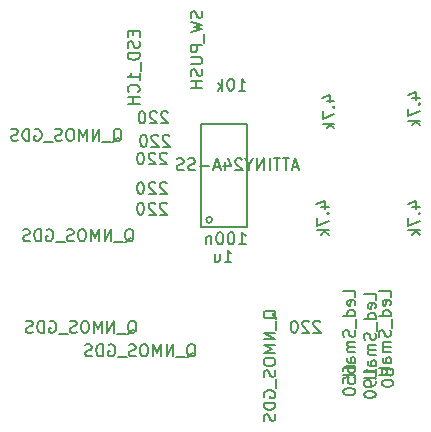
<source format=gbr>
G04 #@! TF.FileFunction,Other,Fab,Bot*
%FSLAX46Y46*%
G04 Gerber Fmt 4.6, Leading zero omitted, Abs format (unit mm)*
G04 Created by KiCad (PCBNEW 4.0.4+dfsg1-stable) date Sun Feb  5 16:49:06 2017*
%MOMM*%
%LPD*%
G01*
G04 APERTURE LIST*
%ADD10C,0.100000*%
%ADD11C,0.150000*%
G04 APERTURE END LIST*
D10*
D11*
X18100000Y22350000D02*
G75*
G03X18100000Y22350000I-250000J0D01*
G01*
X17150000Y21750000D02*
X17150000Y30450000D01*
X21050000Y21750000D02*
X17150000Y21750000D01*
X21050000Y30450000D02*
X21050000Y21750000D01*
X17150000Y30450000D02*
X21050000Y30450000D01*
X19166666Y18797619D02*
X19738095Y18797619D01*
X19452381Y18797619D02*
X19452381Y19797619D01*
X19547619Y19654762D01*
X19642857Y19559524D01*
X19738095Y19511905D01*
X18309523Y19464286D02*
X18309523Y18797619D01*
X18738095Y19464286D02*
X18738095Y18940476D01*
X18690476Y18845238D01*
X18595238Y18797619D01*
X18452380Y18797619D01*
X18357142Y18845238D01*
X18309523Y18892857D01*
X20369047Y20297619D02*
X20940476Y20297619D01*
X20654762Y20297619D02*
X20654762Y21297619D01*
X20750000Y21154762D01*
X20845238Y21059524D01*
X20940476Y21011905D01*
X19750000Y21297619D02*
X19654761Y21297619D01*
X19559523Y21250000D01*
X19511904Y21202381D01*
X19464285Y21107143D01*
X19416666Y20916667D01*
X19416666Y20678571D01*
X19464285Y20488095D01*
X19511904Y20392857D01*
X19559523Y20345238D01*
X19654761Y20297619D01*
X19750000Y20297619D01*
X19845238Y20345238D01*
X19892857Y20392857D01*
X19940476Y20488095D01*
X19988095Y20678571D01*
X19988095Y20916667D01*
X19940476Y21107143D01*
X19892857Y21202381D01*
X19845238Y21250000D01*
X19750000Y21297619D01*
X18797619Y21297619D02*
X18702380Y21297619D01*
X18607142Y21250000D01*
X18559523Y21202381D01*
X18511904Y21107143D01*
X18464285Y20916667D01*
X18464285Y20678571D01*
X18511904Y20488095D01*
X18559523Y20392857D01*
X18607142Y20345238D01*
X18702380Y20297619D01*
X18797619Y20297619D01*
X18892857Y20345238D01*
X18940476Y20392857D01*
X18988095Y20488095D01*
X19035714Y20678571D01*
X19035714Y20916667D01*
X18988095Y21107143D01*
X18940476Y21202381D01*
X18892857Y21250000D01*
X18797619Y21297619D01*
X18035714Y20964286D02*
X18035714Y20297619D01*
X18035714Y20869048D02*
X17988095Y20916667D01*
X17892857Y20964286D01*
X17749999Y20964286D01*
X17654761Y20916667D01*
X17607142Y20821429D01*
X17607142Y20297619D01*
X11428571Y38321429D02*
X11428571Y37988095D01*
X11952381Y37845238D02*
X11952381Y38321429D01*
X10952381Y38321429D01*
X10952381Y37845238D01*
X11904762Y37464286D02*
X11952381Y37321429D01*
X11952381Y37083333D01*
X11904762Y36988095D01*
X11857143Y36940476D01*
X11761905Y36892857D01*
X11666667Y36892857D01*
X11571429Y36940476D01*
X11523810Y36988095D01*
X11476190Y37083333D01*
X11428571Y37273810D01*
X11380952Y37369048D01*
X11333333Y37416667D01*
X11238095Y37464286D01*
X11142857Y37464286D01*
X11047619Y37416667D01*
X11000000Y37369048D01*
X10952381Y37273810D01*
X10952381Y37035714D01*
X11000000Y36892857D01*
X11952381Y36464286D02*
X10952381Y36464286D01*
X10952381Y36226191D01*
X11000000Y36083333D01*
X11095238Y35988095D01*
X11190476Y35940476D01*
X11380952Y35892857D01*
X11523810Y35892857D01*
X11714286Y35940476D01*
X11809524Y35988095D01*
X11904762Y36083333D01*
X11952381Y36226191D01*
X11952381Y36464286D01*
X12047619Y35702381D02*
X12047619Y34940476D01*
X11952381Y34178571D02*
X11952381Y34750000D01*
X11952381Y34464286D02*
X10952381Y34464286D01*
X11095238Y34559524D01*
X11190476Y34654762D01*
X11238095Y34750000D01*
X11857143Y33178571D02*
X11904762Y33226190D01*
X11952381Y33369047D01*
X11952381Y33464285D01*
X11904762Y33607143D01*
X11809524Y33702381D01*
X11714286Y33750000D01*
X11523810Y33797619D01*
X11380952Y33797619D01*
X11190476Y33750000D01*
X11095238Y33702381D01*
X11000000Y33607143D01*
X10952381Y33464285D01*
X10952381Y33369047D01*
X11000000Y33226190D01*
X11047619Y33178571D01*
X11952381Y32750000D02*
X10952381Y32750000D01*
X11428571Y32750000D02*
X11428571Y32178571D01*
X11952381Y32178571D02*
X10952381Y32178571D01*
X33202381Y15821429D02*
X33202381Y16297620D01*
X32202381Y16297620D01*
X33154762Y15107143D02*
X33202381Y15202381D01*
X33202381Y15392858D01*
X33154762Y15488096D01*
X33059524Y15535715D01*
X32678571Y15535715D01*
X32583333Y15488096D01*
X32535714Y15392858D01*
X32535714Y15202381D01*
X32583333Y15107143D01*
X32678571Y15059524D01*
X32773810Y15059524D01*
X32869048Y15535715D01*
X33202381Y14202381D02*
X32202381Y14202381D01*
X33154762Y14202381D02*
X33202381Y14297619D01*
X33202381Y14488096D01*
X33154762Y14583334D01*
X33107143Y14630953D01*
X33011905Y14678572D01*
X32726190Y14678572D01*
X32630952Y14630953D01*
X32583333Y14583334D01*
X32535714Y14488096D01*
X32535714Y14297619D01*
X32583333Y14202381D01*
X33297619Y13964286D02*
X33297619Y13202381D01*
X33154762Y13011905D02*
X33202381Y12869048D01*
X33202381Y12630952D01*
X33154762Y12535714D01*
X33107143Y12488095D01*
X33011905Y12440476D01*
X32916667Y12440476D01*
X32821429Y12488095D01*
X32773810Y12535714D01*
X32726190Y12630952D01*
X32678571Y12821429D01*
X32630952Y12916667D01*
X32583333Y12964286D01*
X32488095Y13011905D01*
X32392857Y13011905D01*
X32297619Y12964286D01*
X32250000Y12916667D01*
X32202381Y12821429D01*
X32202381Y12583333D01*
X32250000Y12440476D01*
X33202381Y12011905D02*
X32535714Y12011905D01*
X32630952Y12011905D02*
X32583333Y11964286D01*
X32535714Y11869048D01*
X32535714Y11726190D01*
X32583333Y11630952D01*
X32678571Y11583333D01*
X33202381Y11583333D01*
X32678571Y11583333D02*
X32583333Y11535714D01*
X32535714Y11440476D01*
X32535714Y11297619D01*
X32583333Y11202381D01*
X32678571Y11154762D01*
X33202381Y11154762D01*
X33202381Y10250000D02*
X32678571Y10250000D01*
X32583333Y10297619D01*
X32535714Y10392857D01*
X32535714Y10583334D01*
X32583333Y10678572D01*
X33154762Y10250000D02*
X33202381Y10345238D01*
X33202381Y10583334D01*
X33154762Y10678572D01*
X33059524Y10726191D01*
X32964286Y10726191D01*
X32869048Y10678572D01*
X32821429Y10583334D01*
X32821429Y10345238D01*
X32773810Y10250000D01*
X33202381Y9630953D02*
X33154762Y9726191D01*
X33059524Y9773810D01*
X32202381Y9773810D01*
X33202381Y9107143D02*
X33154762Y9202381D01*
X33059524Y9250000D01*
X32202381Y9250000D01*
X31952381Y15571429D02*
X31952381Y16047620D01*
X30952381Y16047620D01*
X31904762Y14857143D02*
X31952381Y14952381D01*
X31952381Y15142858D01*
X31904762Y15238096D01*
X31809524Y15285715D01*
X31428571Y15285715D01*
X31333333Y15238096D01*
X31285714Y15142858D01*
X31285714Y14952381D01*
X31333333Y14857143D01*
X31428571Y14809524D01*
X31523810Y14809524D01*
X31619048Y15285715D01*
X31952381Y13952381D02*
X30952381Y13952381D01*
X31904762Y13952381D02*
X31952381Y14047619D01*
X31952381Y14238096D01*
X31904762Y14333334D01*
X31857143Y14380953D01*
X31761905Y14428572D01*
X31476190Y14428572D01*
X31380952Y14380953D01*
X31333333Y14333334D01*
X31285714Y14238096D01*
X31285714Y14047619D01*
X31333333Y13952381D01*
X32047619Y13714286D02*
X32047619Y12952381D01*
X31904762Y12761905D02*
X31952381Y12619048D01*
X31952381Y12380952D01*
X31904762Y12285714D01*
X31857143Y12238095D01*
X31761905Y12190476D01*
X31666667Y12190476D01*
X31571429Y12238095D01*
X31523810Y12285714D01*
X31476190Y12380952D01*
X31428571Y12571429D01*
X31380952Y12666667D01*
X31333333Y12714286D01*
X31238095Y12761905D01*
X31142857Y12761905D01*
X31047619Y12714286D01*
X31000000Y12666667D01*
X30952381Y12571429D01*
X30952381Y12333333D01*
X31000000Y12190476D01*
X31952381Y11761905D02*
X31285714Y11761905D01*
X31380952Y11761905D02*
X31333333Y11714286D01*
X31285714Y11619048D01*
X31285714Y11476190D01*
X31333333Y11380952D01*
X31428571Y11333333D01*
X31952381Y11333333D01*
X31428571Y11333333D02*
X31333333Y11285714D01*
X31285714Y11190476D01*
X31285714Y11047619D01*
X31333333Y10952381D01*
X31428571Y10904762D01*
X31952381Y10904762D01*
X31952381Y10000000D02*
X31428571Y10000000D01*
X31333333Y10047619D01*
X31285714Y10142857D01*
X31285714Y10333334D01*
X31333333Y10428572D01*
X31904762Y10000000D02*
X31952381Y10095238D01*
X31952381Y10333334D01*
X31904762Y10428572D01*
X31809524Y10476191D01*
X31714286Y10476191D01*
X31619048Y10428572D01*
X31571429Y10333334D01*
X31571429Y10095238D01*
X31523810Y10000000D01*
X31952381Y9380953D02*
X31904762Y9476191D01*
X31809524Y9523810D01*
X30952381Y9523810D01*
X31952381Y8857143D02*
X31904762Y8952381D01*
X31809524Y9000000D01*
X30952381Y9000000D01*
X30202381Y15821429D02*
X30202381Y16297620D01*
X29202381Y16297620D01*
X30154762Y15107143D02*
X30202381Y15202381D01*
X30202381Y15392858D01*
X30154762Y15488096D01*
X30059524Y15535715D01*
X29678571Y15535715D01*
X29583333Y15488096D01*
X29535714Y15392858D01*
X29535714Y15202381D01*
X29583333Y15107143D01*
X29678571Y15059524D01*
X29773810Y15059524D01*
X29869048Y15535715D01*
X30202381Y14202381D02*
X29202381Y14202381D01*
X30154762Y14202381D02*
X30202381Y14297619D01*
X30202381Y14488096D01*
X30154762Y14583334D01*
X30107143Y14630953D01*
X30011905Y14678572D01*
X29726190Y14678572D01*
X29630952Y14630953D01*
X29583333Y14583334D01*
X29535714Y14488096D01*
X29535714Y14297619D01*
X29583333Y14202381D01*
X30297619Y13964286D02*
X30297619Y13202381D01*
X30154762Y13011905D02*
X30202381Y12869048D01*
X30202381Y12630952D01*
X30154762Y12535714D01*
X30107143Y12488095D01*
X30011905Y12440476D01*
X29916667Y12440476D01*
X29821429Y12488095D01*
X29773810Y12535714D01*
X29726190Y12630952D01*
X29678571Y12821429D01*
X29630952Y12916667D01*
X29583333Y12964286D01*
X29488095Y13011905D01*
X29392857Y13011905D01*
X29297619Y12964286D01*
X29250000Y12916667D01*
X29202381Y12821429D01*
X29202381Y12583333D01*
X29250000Y12440476D01*
X30202381Y12011905D02*
X29535714Y12011905D01*
X29630952Y12011905D02*
X29583333Y11964286D01*
X29535714Y11869048D01*
X29535714Y11726190D01*
X29583333Y11630952D01*
X29678571Y11583333D01*
X30202381Y11583333D01*
X29678571Y11583333D02*
X29583333Y11535714D01*
X29535714Y11440476D01*
X29535714Y11297619D01*
X29583333Y11202381D01*
X29678571Y11154762D01*
X30202381Y11154762D01*
X30202381Y10250000D02*
X29678571Y10250000D01*
X29583333Y10297619D01*
X29535714Y10392857D01*
X29535714Y10583334D01*
X29583333Y10678572D01*
X30154762Y10250000D02*
X30202381Y10345238D01*
X30202381Y10583334D01*
X30154762Y10678572D01*
X30059524Y10726191D01*
X29964286Y10726191D01*
X29869048Y10678572D01*
X29821429Y10583334D01*
X29821429Y10345238D01*
X29773810Y10250000D01*
X30202381Y9630953D02*
X30154762Y9726191D01*
X30059524Y9773810D01*
X29202381Y9773810D01*
X30202381Y9107143D02*
X30154762Y9202381D01*
X30059524Y9250000D01*
X29202381Y9250000D01*
X25392857Y26833333D02*
X24916666Y26833333D01*
X25488095Y26547619D02*
X25154762Y27547619D01*
X24821428Y26547619D01*
X24630952Y27547619D02*
X24059523Y27547619D01*
X24345238Y26547619D02*
X24345238Y27547619D01*
X23869047Y27547619D02*
X23297618Y27547619D01*
X23583333Y26547619D02*
X23583333Y27547619D01*
X22964285Y26547619D02*
X22964285Y27547619D01*
X22488095Y26547619D02*
X22488095Y27547619D01*
X21916666Y26547619D01*
X21916666Y27547619D01*
X21250000Y27023810D02*
X21250000Y26547619D01*
X21583333Y27547619D02*
X21250000Y27023810D01*
X20916666Y27547619D01*
X20630952Y27452381D02*
X20583333Y27500000D01*
X20488095Y27547619D01*
X20249999Y27547619D01*
X20154761Y27500000D01*
X20107142Y27452381D01*
X20059523Y27357143D01*
X20059523Y27261905D01*
X20107142Y27119048D01*
X20678571Y26547619D01*
X20059523Y26547619D01*
X19202380Y27214286D02*
X19202380Y26547619D01*
X19440476Y27595238D02*
X19678571Y26880952D01*
X19059523Y26880952D01*
X18726190Y26833333D02*
X18249999Y26833333D01*
X18821428Y26547619D02*
X18488095Y27547619D01*
X18154761Y26547619D01*
X17821428Y26928571D02*
X17059523Y26928571D01*
X16630952Y26595238D02*
X16488095Y26547619D01*
X16249999Y26547619D01*
X16154761Y26595238D01*
X16107142Y26642857D01*
X16059523Y26738095D01*
X16059523Y26833333D01*
X16107142Y26928571D01*
X16154761Y26976190D01*
X16249999Y27023810D01*
X16440476Y27071429D01*
X16535714Y27119048D01*
X16583333Y27166667D01*
X16630952Y27261905D01*
X16630952Y27357143D01*
X16583333Y27452381D01*
X16535714Y27500000D01*
X16440476Y27547619D01*
X16202380Y27547619D01*
X16059523Y27500000D01*
X15678571Y26595238D02*
X15535714Y26547619D01*
X15297618Y26547619D01*
X15202380Y26595238D01*
X15154761Y26642857D01*
X15107142Y26738095D01*
X15107142Y26833333D01*
X15154761Y26928571D01*
X15202380Y26976190D01*
X15297618Y27023810D01*
X15488095Y27071429D01*
X15583333Y27119048D01*
X15630952Y27166667D01*
X15678571Y27261905D01*
X15678571Y27357143D01*
X15630952Y27452381D01*
X15583333Y27500000D01*
X15488095Y27547619D01*
X15249999Y27547619D01*
X15107142Y27500000D01*
X15952381Y10702381D02*
X16047619Y10750000D01*
X16142857Y10845238D01*
X16285714Y10988095D01*
X16380953Y11035714D01*
X16476191Y11035714D01*
X16428572Y10797619D02*
X16523810Y10845238D01*
X16619048Y10940476D01*
X16666667Y11130952D01*
X16666667Y11464286D01*
X16619048Y11654762D01*
X16523810Y11750000D01*
X16428572Y11797619D01*
X16238095Y11797619D01*
X16142857Y11750000D01*
X16047619Y11654762D01*
X16000000Y11464286D01*
X16000000Y11130952D01*
X16047619Y10940476D01*
X16142857Y10845238D01*
X16238095Y10797619D01*
X16428572Y10797619D01*
X15809524Y10702381D02*
X15047619Y10702381D01*
X14809524Y10797619D02*
X14809524Y11797619D01*
X14238095Y10797619D01*
X14238095Y11797619D01*
X13761905Y10797619D02*
X13761905Y11797619D01*
X13428571Y11083333D01*
X13095238Y11797619D01*
X13095238Y10797619D01*
X12428572Y11797619D02*
X12238095Y11797619D01*
X12142857Y11750000D01*
X12047619Y11654762D01*
X12000000Y11464286D01*
X12000000Y11130952D01*
X12047619Y10940476D01*
X12142857Y10845238D01*
X12238095Y10797619D01*
X12428572Y10797619D01*
X12523810Y10845238D01*
X12619048Y10940476D01*
X12666667Y11130952D01*
X12666667Y11464286D01*
X12619048Y11654762D01*
X12523810Y11750000D01*
X12428572Y11797619D01*
X11619048Y10845238D02*
X11476191Y10797619D01*
X11238095Y10797619D01*
X11142857Y10845238D01*
X11095238Y10892857D01*
X11047619Y10988095D01*
X11047619Y11083333D01*
X11095238Y11178571D01*
X11142857Y11226190D01*
X11238095Y11273810D01*
X11428572Y11321429D01*
X11523810Y11369048D01*
X11571429Y11416667D01*
X11619048Y11511905D01*
X11619048Y11607143D01*
X11571429Y11702381D01*
X11523810Y11750000D01*
X11428572Y11797619D01*
X11190476Y11797619D01*
X11047619Y11750000D01*
X10857143Y10702381D02*
X10095238Y10702381D01*
X9333333Y11750000D02*
X9428571Y11797619D01*
X9571428Y11797619D01*
X9714286Y11750000D01*
X9809524Y11654762D01*
X9857143Y11559524D01*
X9904762Y11369048D01*
X9904762Y11226190D01*
X9857143Y11035714D01*
X9809524Y10940476D01*
X9714286Y10845238D01*
X9571428Y10797619D01*
X9476190Y10797619D01*
X9333333Y10845238D01*
X9285714Y10892857D01*
X9285714Y11226190D01*
X9476190Y11226190D01*
X8857143Y10797619D02*
X8857143Y11797619D01*
X8619048Y11797619D01*
X8476190Y11750000D01*
X8380952Y11654762D01*
X8333333Y11559524D01*
X8285714Y11369048D01*
X8285714Y11226190D01*
X8333333Y11035714D01*
X8380952Y10940476D01*
X8476190Y10845238D01*
X8619048Y10797619D01*
X8857143Y10797619D01*
X7904762Y10845238D02*
X7761905Y10797619D01*
X7523809Y10797619D01*
X7428571Y10845238D01*
X7380952Y10892857D01*
X7333333Y10988095D01*
X7333333Y11083333D01*
X7380952Y11178571D01*
X7428571Y11226190D01*
X7523809Y11273810D01*
X7714286Y11321429D01*
X7809524Y11369048D01*
X7857143Y11416667D01*
X7904762Y11511905D01*
X7904762Y11607143D01*
X7857143Y11702381D01*
X7809524Y11750000D01*
X7714286Y11797619D01*
X7476190Y11797619D01*
X7333333Y11750000D01*
X23547619Y13952381D02*
X23500000Y14047619D01*
X23404762Y14142857D01*
X23261905Y14285714D01*
X23214286Y14380953D01*
X23214286Y14476191D01*
X23452381Y14428572D02*
X23404762Y14523810D01*
X23309524Y14619048D01*
X23119048Y14666667D01*
X22785714Y14666667D01*
X22595238Y14619048D01*
X22500000Y14523810D01*
X22452381Y14428572D01*
X22452381Y14238095D01*
X22500000Y14142857D01*
X22595238Y14047619D01*
X22785714Y14000000D01*
X23119048Y14000000D01*
X23309524Y14047619D01*
X23404762Y14142857D01*
X23452381Y14238095D01*
X23452381Y14428572D01*
X23547619Y13809524D02*
X23547619Y13047619D01*
X23452381Y12809524D02*
X22452381Y12809524D01*
X23452381Y12238095D01*
X22452381Y12238095D01*
X23452381Y11761905D02*
X22452381Y11761905D01*
X23166667Y11428571D01*
X22452381Y11095238D01*
X23452381Y11095238D01*
X22452381Y10428572D02*
X22452381Y10238095D01*
X22500000Y10142857D01*
X22595238Y10047619D01*
X22785714Y10000000D01*
X23119048Y10000000D01*
X23309524Y10047619D01*
X23404762Y10142857D01*
X23452381Y10238095D01*
X23452381Y10428572D01*
X23404762Y10523810D01*
X23309524Y10619048D01*
X23119048Y10666667D01*
X22785714Y10666667D01*
X22595238Y10619048D01*
X22500000Y10523810D01*
X22452381Y10428572D01*
X23404762Y9619048D02*
X23452381Y9476191D01*
X23452381Y9238095D01*
X23404762Y9142857D01*
X23357143Y9095238D01*
X23261905Y9047619D01*
X23166667Y9047619D01*
X23071429Y9095238D01*
X23023810Y9142857D01*
X22976190Y9238095D01*
X22928571Y9428572D01*
X22880952Y9523810D01*
X22833333Y9571429D01*
X22738095Y9619048D01*
X22642857Y9619048D01*
X22547619Y9571429D01*
X22500000Y9523810D01*
X22452381Y9428572D01*
X22452381Y9190476D01*
X22500000Y9047619D01*
X23547619Y8857143D02*
X23547619Y8095238D01*
X22500000Y7333333D02*
X22452381Y7428571D01*
X22452381Y7571428D01*
X22500000Y7714286D01*
X22595238Y7809524D01*
X22690476Y7857143D01*
X22880952Y7904762D01*
X23023810Y7904762D01*
X23214286Y7857143D01*
X23309524Y7809524D01*
X23404762Y7714286D01*
X23452381Y7571428D01*
X23452381Y7476190D01*
X23404762Y7333333D01*
X23357143Y7285714D01*
X23023810Y7285714D01*
X23023810Y7476190D01*
X23452381Y6857143D02*
X22452381Y6857143D01*
X22452381Y6619048D01*
X22500000Y6476190D01*
X22595238Y6380952D01*
X22690476Y6333333D01*
X22880952Y6285714D01*
X23023810Y6285714D01*
X23214286Y6333333D01*
X23309524Y6380952D01*
X23404762Y6476190D01*
X23452381Y6619048D01*
X23452381Y6857143D01*
X23404762Y5904762D02*
X23452381Y5761905D01*
X23452381Y5523809D01*
X23404762Y5428571D01*
X23357143Y5380952D01*
X23261905Y5333333D01*
X23166667Y5333333D01*
X23071429Y5380952D01*
X23023810Y5428571D01*
X22976190Y5523809D01*
X22928571Y5714286D01*
X22880952Y5809524D01*
X22833333Y5857143D01*
X22738095Y5904762D01*
X22642857Y5904762D01*
X22547619Y5857143D01*
X22500000Y5809524D01*
X22452381Y5714286D01*
X22452381Y5476190D01*
X22500000Y5333333D01*
X10952381Y12702381D02*
X11047619Y12750000D01*
X11142857Y12845238D01*
X11285714Y12988095D01*
X11380953Y13035714D01*
X11476191Y13035714D01*
X11428572Y12797619D02*
X11523810Y12845238D01*
X11619048Y12940476D01*
X11666667Y13130952D01*
X11666667Y13464286D01*
X11619048Y13654762D01*
X11523810Y13750000D01*
X11428572Y13797619D01*
X11238095Y13797619D01*
X11142857Y13750000D01*
X11047619Y13654762D01*
X11000000Y13464286D01*
X11000000Y13130952D01*
X11047619Y12940476D01*
X11142857Y12845238D01*
X11238095Y12797619D01*
X11428572Y12797619D01*
X10809524Y12702381D02*
X10047619Y12702381D01*
X9809524Y12797619D02*
X9809524Y13797619D01*
X9238095Y12797619D01*
X9238095Y13797619D01*
X8761905Y12797619D02*
X8761905Y13797619D01*
X8428571Y13083333D01*
X8095238Y13797619D01*
X8095238Y12797619D01*
X7428572Y13797619D02*
X7238095Y13797619D01*
X7142857Y13750000D01*
X7047619Y13654762D01*
X7000000Y13464286D01*
X7000000Y13130952D01*
X7047619Y12940476D01*
X7142857Y12845238D01*
X7238095Y12797619D01*
X7428572Y12797619D01*
X7523810Y12845238D01*
X7619048Y12940476D01*
X7666667Y13130952D01*
X7666667Y13464286D01*
X7619048Y13654762D01*
X7523810Y13750000D01*
X7428572Y13797619D01*
X6619048Y12845238D02*
X6476191Y12797619D01*
X6238095Y12797619D01*
X6142857Y12845238D01*
X6095238Y12892857D01*
X6047619Y12988095D01*
X6047619Y13083333D01*
X6095238Y13178571D01*
X6142857Y13226190D01*
X6238095Y13273810D01*
X6428572Y13321429D01*
X6523810Y13369048D01*
X6571429Y13416667D01*
X6619048Y13511905D01*
X6619048Y13607143D01*
X6571429Y13702381D01*
X6523810Y13750000D01*
X6428572Y13797619D01*
X6190476Y13797619D01*
X6047619Y13750000D01*
X5857143Y12702381D02*
X5095238Y12702381D01*
X4333333Y13750000D02*
X4428571Y13797619D01*
X4571428Y13797619D01*
X4714286Y13750000D01*
X4809524Y13654762D01*
X4857143Y13559524D01*
X4904762Y13369048D01*
X4904762Y13226190D01*
X4857143Y13035714D01*
X4809524Y12940476D01*
X4714286Y12845238D01*
X4571428Y12797619D01*
X4476190Y12797619D01*
X4333333Y12845238D01*
X4285714Y12892857D01*
X4285714Y13226190D01*
X4476190Y13226190D01*
X3857143Y12797619D02*
X3857143Y13797619D01*
X3619048Y13797619D01*
X3476190Y13750000D01*
X3380952Y13654762D01*
X3333333Y13559524D01*
X3285714Y13369048D01*
X3285714Y13226190D01*
X3333333Y13035714D01*
X3380952Y12940476D01*
X3476190Y12845238D01*
X3619048Y12797619D01*
X3857143Y12797619D01*
X2904762Y12845238D02*
X2761905Y12797619D01*
X2523809Y12797619D01*
X2428571Y12845238D01*
X2380952Y12892857D01*
X2333333Y12988095D01*
X2333333Y13083333D01*
X2380952Y13178571D01*
X2428571Y13226190D01*
X2523809Y13273810D01*
X2714286Y13321429D01*
X2809524Y13369048D01*
X2857143Y13416667D01*
X2904762Y13511905D01*
X2904762Y13607143D01*
X2857143Y13702381D01*
X2809524Y13750000D01*
X2714286Y13797619D01*
X2476190Y13797619D01*
X2333333Y13750000D01*
X10702381Y20452381D02*
X10797619Y20500000D01*
X10892857Y20595238D01*
X11035714Y20738095D01*
X11130953Y20785714D01*
X11226191Y20785714D01*
X11178572Y20547619D02*
X11273810Y20595238D01*
X11369048Y20690476D01*
X11416667Y20880952D01*
X11416667Y21214286D01*
X11369048Y21404762D01*
X11273810Y21500000D01*
X11178572Y21547619D01*
X10988095Y21547619D01*
X10892857Y21500000D01*
X10797619Y21404762D01*
X10750000Y21214286D01*
X10750000Y20880952D01*
X10797619Y20690476D01*
X10892857Y20595238D01*
X10988095Y20547619D01*
X11178572Y20547619D01*
X10559524Y20452381D02*
X9797619Y20452381D01*
X9559524Y20547619D02*
X9559524Y21547619D01*
X8988095Y20547619D01*
X8988095Y21547619D01*
X8511905Y20547619D02*
X8511905Y21547619D01*
X8178571Y20833333D01*
X7845238Y21547619D01*
X7845238Y20547619D01*
X7178572Y21547619D02*
X6988095Y21547619D01*
X6892857Y21500000D01*
X6797619Y21404762D01*
X6750000Y21214286D01*
X6750000Y20880952D01*
X6797619Y20690476D01*
X6892857Y20595238D01*
X6988095Y20547619D01*
X7178572Y20547619D01*
X7273810Y20595238D01*
X7369048Y20690476D01*
X7416667Y20880952D01*
X7416667Y21214286D01*
X7369048Y21404762D01*
X7273810Y21500000D01*
X7178572Y21547619D01*
X6369048Y20595238D02*
X6226191Y20547619D01*
X5988095Y20547619D01*
X5892857Y20595238D01*
X5845238Y20642857D01*
X5797619Y20738095D01*
X5797619Y20833333D01*
X5845238Y20928571D01*
X5892857Y20976190D01*
X5988095Y21023810D01*
X6178572Y21071429D01*
X6273810Y21119048D01*
X6321429Y21166667D01*
X6369048Y21261905D01*
X6369048Y21357143D01*
X6321429Y21452381D01*
X6273810Y21500000D01*
X6178572Y21547619D01*
X5940476Y21547619D01*
X5797619Y21500000D01*
X5607143Y20452381D02*
X4845238Y20452381D01*
X4083333Y21500000D02*
X4178571Y21547619D01*
X4321428Y21547619D01*
X4464286Y21500000D01*
X4559524Y21404762D01*
X4607143Y21309524D01*
X4654762Y21119048D01*
X4654762Y20976190D01*
X4607143Y20785714D01*
X4559524Y20690476D01*
X4464286Y20595238D01*
X4321428Y20547619D01*
X4226190Y20547619D01*
X4083333Y20595238D01*
X4035714Y20642857D01*
X4035714Y20976190D01*
X4226190Y20976190D01*
X3607143Y20547619D02*
X3607143Y21547619D01*
X3369048Y21547619D01*
X3226190Y21500000D01*
X3130952Y21404762D01*
X3083333Y21309524D01*
X3035714Y21119048D01*
X3035714Y20976190D01*
X3083333Y20785714D01*
X3130952Y20690476D01*
X3226190Y20595238D01*
X3369048Y20547619D01*
X3607143Y20547619D01*
X2654762Y20595238D02*
X2511905Y20547619D01*
X2273809Y20547619D01*
X2178571Y20595238D01*
X2130952Y20642857D01*
X2083333Y20738095D01*
X2083333Y20833333D01*
X2130952Y20928571D01*
X2178571Y20976190D01*
X2273809Y21023810D01*
X2464286Y21071429D01*
X2559524Y21119048D01*
X2607143Y21166667D01*
X2654762Y21261905D01*
X2654762Y21357143D01*
X2607143Y21452381D01*
X2559524Y21500000D01*
X2464286Y21547619D01*
X2226190Y21547619D01*
X2083333Y21500000D01*
X9702381Y28952381D02*
X9797619Y29000000D01*
X9892857Y29095238D01*
X10035714Y29238095D01*
X10130953Y29285714D01*
X10226191Y29285714D01*
X10178572Y29047619D02*
X10273810Y29095238D01*
X10369048Y29190476D01*
X10416667Y29380952D01*
X10416667Y29714286D01*
X10369048Y29904762D01*
X10273810Y30000000D01*
X10178572Y30047619D01*
X9988095Y30047619D01*
X9892857Y30000000D01*
X9797619Y29904762D01*
X9750000Y29714286D01*
X9750000Y29380952D01*
X9797619Y29190476D01*
X9892857Y29095238D01*
X9988095Y29047619D01*
X10178572Y29047619D01*
X9559524Y28952381D02*
X8797619Y28952381D01*
X8559524Y29047619D02*
X8559524Y30047619D01*
X7988095Y29047619D01*
X7988095Y30047619D01*
X7511905Y29047619D02*
X7511905Y30047619D01*
X7178571Y29333333D01*
X6845238Y30047619D01*
X6845238Y29047619D01*
X6178572Y30047619D02*
X5988095Y30047619D01*
X5892857Y30000000D01*
X5797619Y29904762D01*
X5750000Y29714286D01*
X5750000Y29380952D01*
X5797619Y29190476D01*
X5892857Y29095238D01*
X5988095Y29047619D01*
X6178572Y29047619D01*
X6273810Y29095238D01*
X6369048Y29190476D01*
X6416667Y29380952D01*
X6416667Y29714286D01*
X6369048Y29904762D01*
X6273810Y30000000D01*
X6178572Y30047619D01*
X5369048Y29095238D02*
X5226191Y29047619D01*
X4988095Y29047619D01*
X4892857Y29095238D01*
X4845238Y29142857D01*
X4797619Y29238095D01*
X4797619Y29333333D01*
X4845238Y29428571D01*
X4892857Y29476190D01*
X4988095Y29523810D01*
X5178572Y29571429D01*
X5273810Y29619048D01*
X5321429Y29666667D01*
X5369048Y29761905D01*
X5369048Y29857143D01*
X5321429Y29952381D01*
X5273810Y30000000D01*
X5178572Y30047619D01*
X4940476Y30047619D01*
X4797619Y30000000D01*
X4607143Y28952381D02*
X3845238Y28952381D01*
X3083333Y30000000D02*
X3178571Y30047619D01*
X3321428Y30047619D01*
X3464286Y30000000D01*
X3559524Y29904762D01*
X3607143Y29809524D01*
X3654762Y29619048D01*
X3654762Y29476190D01*
X3607143Y29285714D01*
X3559524Y29190476D01*
X3464286Y29095238D01*
X3321428Y29047619D01*
X3226190Y29047619D01*
X3083333Y29095238D01*
X3035714Y29142857D01*
X3035714Y29476190D01*
X3226190Y29476190D01*
X2607143Y29047619D02*
X2607143Y30047619D01*
X2369048Y30047619D01*
X2226190Y30000000D01*
X2130952Y29904762D01*
X2083333Y29809524D01*
X2035714Y29619048D01*
X2035714Y29476190D01*
X2083333Y29285714D01*
X2130952Y29190476D01*
X2226190Y29095238D01*
X2369048Y29047619D01*
X2607143Y29047619D01*
X1654762Y29095238D02*
X1511905Y29047619D01*
X1273809Y29047619D01*
X1178571Y29095238D01*
X1130952Y29142857D01*
X1083333Y29238095D01*
X1083333Y29333333D01*
X1130952Y29428571D01*
X1178571Y29476190D01*
X1273809Y29523810D01*
X1464286Y29571429D01*
X1559524Y29619048D01*
X1607143Y29666667D01*
X1654762Y29761905D01*
X1654762Y29857143D01*
X1607143Y29952381D01*
X1559524Y30000000D01*
X1464286Y30047619D01*
X1226190Y30047619D01*
X1083333Y30000000D01*
X32880952Y9571429D02*
X32833333Y9666667D01*
X32785714Y9714286D01*
X32690476Y9761905D01*
X32642857Y9761905D01*
X32547619Y9714286D01*
X32500000Y9666667D01*
X32452381Y9571429D01*
X32452381Y9380952D01*
X32500000Y9285714D01*
X32547619Y9238095D01*
X32642857Y9190476D01*
X32690476Y9190476D01*
X32785714Y9238095D01*
X32833333Y9285714D01*
X32880952Y9380952D01*
X32880952Y9571429D01*
X32928571Y9666667D01*
X32976190Y9714286D01*
X33071429Y9761905D01*
X33261905Y9761905D01*
X33357143Y9714286D01*
X33404762Y9666667D01*
X33452381Y9571429D01*
X33452381Y9380952D01*
X33404762Y9285714D01*
X33357143Y9238095D01*
X33261905Y9190476D01*
X33071429Y9190476D01*
X32976190Y9238095D01*
X32928571Y9285714D01*
X32880952Y9380952D01*
X32452381Y8571429D02*
X32452381Y8476190D01*
X32500000Y8380952D01*
X32547619Y8333333D01*
X32642857Y8285714D01*
X32833333Y8238095D01*
X33071429Y8238095D01*
X33261905Y8285714D01*
X33357143Y8333333D01*
X33404762Y8380952D01*
X33452381Y8476190D01*
X33452381Y8571429D01*
X33404762Y8666667D01*
X33357143Y8714286D01*
X33261905Y8761905D01*
X33071429Y8809524D01*
X32833333Y8809524D01*
X32642857Y8761905D01*
X32547619Y8714286D01*
X32500000Y8666667D01*
X32452381Y8571429D01*
X31952381Y9166666D02*
X31952381Y9738095D01*
X31952381Y9452381D02*
X30952381Y9452381D01*
X31095238Y9547619D01*
X31190476Y9642857D01*
X31238095Y9738095D01*
X31952381Y8690476D02*
X31952381Y8500000D01*
X31904762Y8404761D01*
X31857143Y8357142D01*
X31714286Y8261904D01*
X31523810Y8214285D01*
X31142857Y8214285D01*
X31047619Y8261904D01*
X31000000Y8309523D01*
X30952381Y8404761D01*
X30952381Y8595238D01*
X31000000Y8690476D01*
X31047619Y8738095D01*
X31142857Y8785714D01*
X31380952Y8785714D01*
X31476190Y8738095D01*
X31523810Y8690476D01*
X31571429Y8595238D01*
X31571429Y8404761D01*
X31523810Y8309523D01*
X31476190Y8261904D01*
X31380952Y8214285D01*
X30952381Y7595238D02*
X30952381Y7499999D01*
X31000000Y7404761D01*
X31047619Y7357142D01*
X31142857Y7309523D01*
X31333333Y7261904D01*
X31571429Y7261904D01*
X31761905Y7309523D01*
X31857143Y7357142D01*
X31904762Y7404761D01*
X31952381Y7499999D01*
X31952381Y7595238D01*
X31904762Y7690476D01*
X31857143Y7738095D01*
X31761905Y7785714D01*
X31571429Y7833333D01*
X31333333Y7833333D01*
X31142857Y7785714D01*
X31047619Y7738095D01*
X31000000Y7690476D01*
X30952381Y7595238D01*
X29202381Y9511904D02*
X29202381Y9702381D01*
X29250000Y9797619D01*
X29297619Y9845238D01*
X29440476Y9940476D01*
X29630952Y9988095D01*
X30011905Y9988095D01*
X30107143Y9940476D01*
X30154762Y9892857D01*
X30202381Y9797619D01*
X30202381Y9607142D01*
X30154762Y9511904D01*
X30107143Y9464285D01*
X30011905Y9416666D01*
X29773810Y9416666D01*
X29678571Y9464285D01*
X29630952Y9511904D01*
X29583333Y9607142D01*
X29583333Y9797619D01*
X29630952Y9892857D01*
X29678571Y9940476D01*
X29773810Y9988095D01*
X29202381Y8511904D02*
X29202381Y8988095D01*
X29678571Y9035714D01*
X29630952Y8988095D01*
X29583333Y8892857D01*
X29583333Y8654761D01*
X29630952Y8559523D01*
X29678571Y8511904D01*
X29773810Y8464285D01*
X30011905Y8464285D01*
X30107143Y8511904D01*
X30154762Y8559523D01*
X30202381Y8654761D01*
X30202381Y8892857D01*
X30154762Y8988095D01*
X30107143Y9035714D01*
X29202381Y7845238D02*
X29202381Y7749999D01*
X29250000Y7654761D01*
X29297619Y7607142D01*
X29392857Y7559523D01*
X29583333Y7511904D01*
X29821429Y7511904D01*
X30011905Y7559523D01*
X30107143Y7607142D01*
X30154762Y7654761D01*
X30202381Y7749999D01*
X30202381Y7845238D01*
X30154762Y7940476D01*
X30107143Y7988095D01*
X30011905Y8035714D01*
X29821429Y8083333D01*
X29583333Y8083333D01*
X29392857Y8035714D01*
X29297619Y7988095D01*
X29250000Y7940476D01*
X29202381Y7845238D01*
X14343096Y31427381D02*
X14295477Y31475000D01*
X14200239Y31522619D01*
X13962143Y31522619D01*
X13866905Y31475000D01*
X13819286Y31427381D01*
X13771667Y31332143D01*
X13771667Y31236905D01*
X13819286Y31094048D01*
X14390715Y30522619D01*
X13771667Y30522619D01*
X13390715Y31427381D02*
X13343096Y31475000D01*
X13247858Y31522619D01*
X13009762Y31522619D01*
X12914524Y31475000D01*
X12866905Y31427381D01*
X12819286Y31332143D01*
X12819286Y31236905D01*
X12866905Y31094048D01*
X13438334Y30522619D01*
X12819286Y30522619D01*
X12200239Y31522619D02*
X12105000Y31522619D01*
X12009762Y31475000D01*
X11962143Y31427381D01*
X11914524Y31332143D01*
X11866905Y31141667D01*
X11866905Y30903571D01*
X11914524Y30713095D01*
X11962143Y30617857D01*
X12009762Y30570238D01*
X12105000Y30522619D01*
X12200239Y30522619D01*
X12295477Y30570238D01*
X12343096Y30617857D01*
X12390715Y30713095D01*
X12438334Y30903571D01*
X12438334Y31141667D01*
X12390715Y31332143D01*
X12343096Y31427381D01*
X12295477Y31475000D01*
X12200239Y31522619D01*
X20345238Y33297619D02*
X20916667Y33297619D01*
X20630953Y33297619D02*
X20630953Y34297619D01*
X20726191Y34154762D01*
X20821429Y34059524D01*
X20916667Y34011905D01*
X19726191Y34297619D02*
X19630952Y34297619D01*
X19535714Y34250000D01*
X19488095Y34202381D01*
X19440476Y34107143D01*
X19392857Y33916667D01*
X19392857Y33678571D01*
X19440476Y33488095D01*
X19488095Y33392857D01*
X19535714Y33345238D01*
X19630952Y33297619D01*
X19726191Y33297619D01*
X19821429Y33345238D01*
X19869048Y33392857D01*
X19916667Y33488095D01*
X19964286Y33678571D01*
X19964286Y33916667D01*
X19916667Y34107143D01*
X19869048Y34202381D01*
X19821429Y34250000D01*
X19726191Y34297619D01*
X18964286Y33297619D02*
X18964286Y34297619D01*
X18869048Y33678571D02*
X18583333Y33297619D01*
X18583333Y33964286D02*
X18964286Y33583333D01*
X27285714Y23428571D02*
X27952381Y23428571D01*
X26904762Y23666667D02*
X27619048Y23904762D01*
X27619048Y23285714D01*
X27857143Y22904762D02*
X27904762Y22857143D01*
X27952381Y22904762D01*
X27904762Y22952381D01*
X27857143Y22904762D01*
X27952381Y22904762D01*
X26952381Y22523810D02*
X26952381Y21857143D01*
X27952381Y22285715D01*
X27952381Y21476191D02*
X26952381Y21476191D01*
X27571429Y21380953D02*
X27952381Y21095238D01*
X27285714Y21095238D02*
X27666667Y21476191D01*
X35035714Y23428571D02*
X35702381Y23428571D01*
X34654762Y23666667D02*
X35369048Y23904762D01*
X35369048Y23285714D01*
X35607143Y22904762D02*
X35654762Y22857143D01*
X35702381Y22904762D01*
X35654762Y22952381D01*
X35607143Y22904762D01*
X35702381Y22904762D01*
X34702381Y22523810D02*
X34702381Y21857143D01*
X35702381Y22285715D01*
X35702381Y21476191D02*
X34702381Y21476191D01*
X35321429Y21380953D02*
X35702381Y21095238D01*
X35035714Y21095238D02*
X35416667Y21476191D01*
X27785714Y32428571D02*
X28452381Y32428571D01*
X27404762Y32666667D02*
X28119048Y32904762D01*
X28119048Y32285714D01*
X28357143Y31904762D02*
X28404762Y31857143D01*
X28452381Y31904762D01*
X28404762Y31952381D01*
X28357143Y31904762D01*
X28452381Y31904762D01*
X27452381Y31523810D02*
X27452381Y30857143D01*
X28452381Y31285715D01*
X28452381Y30476191D02*
X27452381Y30476191D01*
X28071429Y30380953D02*
X28452381Y30095238D01*
X27785714Y30095238D02*
X28166667Y30476191D01*
X35035714Y32678571D02*
X35702381Y32678571D01*
X34654762Y32916667D02*
X35369048Y33154762D01*
X35369048Y32535714D01*
X35607143Y32154762D02*
X35654762Y32107143D01*
X35702381Y32154762D01*
X35654762Y32202381D01*
X35607143Y32154762D01*
X35702381Y32154762D01*
X34702381Y31773810D02*
X34702381Y31107143D01*
X35702381Y31535715D01*
X35702381Y30726191D02*
X34702381Y30726191D01*
X35321429Y30630953D02*
X35702381Y30345238D01*
X35035714Y30345238D02*
X35416667Y30726191D01*
X14238095Y23702381D02*
X14190476Y23750000D01*
X14095238Y23797619D01*
X13857142Y23797619D01*
X13761904Y23750000D01*
X13714285Y23702381D01*
X13666666Y23607143D01*
X13666666Y23511905D01*
X13714285Y23369048D01*
X14285714Y22797619D01*
X13666666Y22797619D01*
X13285714Y23702381D02*
X13238095Y23750000D01*
X13142857Y23797619D01*
X12904761Y23797619D01*
X12809523Y23750000D01*
X12761904Y23702381D01*
X12714285Y23607143D01*
X12714285Y23511905D01*
X12761904Y23369048D01*
X13333333Y22797619D01*
X12714285Y22797619D01*
X12095238Y23797619D02*
X11999999Y23797619D01*
X11904761Y23750000D01*
X11857142Y23702381D01*
X11809523Y23607143D01*
X11761904Y23416667D01*
X11761904Y23178571D01*
X11809523Y22988095D01*
X11857142Y22892857D01*
X11904761Y22845238D01*
X11999999Y22797619D01*
X12095238Y22797619D01*
X12190476Y22845238D01*
X12238095Y22892857D01*
X12285714Y22988095D01*
X12333333Y23178571D01*
X12333333Y23416667D01*
X12285714Y23607143D01*
X12238095Y23702381D01*
X12190476Y23750000D01*
X12095238Y23797619D01*
X27238095Y13702381D02*
X27190476Y13750000D01*
X27095238Y13797619D01*
X26857142Y13797619D01*
X26761904Y13750000D01*
X26714285Y13702381D01*
X26666666Y13607143D01*
X26666666Y13511905D01*
X26714285Y13369048D01*
X27285714Y12797619D01*
X26666666Y12797619D01*
X26285714Y13702381D02*
X26238095Y13750000D01*
X26142857Y13797619D01*
X25904761Y13797619D01*
X25809523Y13750000D01*
X25761904Y13702381D01*
X25714285Y13607143D01*
X25714285Y13511905D01*
X25761904Y13369048D01*
X26333333Y12797619D01*
X25714285Y12797619D01*
X25095238Y13797619D02*
X24999999Y13797619D01*
X24904761Y13750000D01*
X24857142Y13702381D01*
X24809523Y13607143D01*
X24761904Y13416667D01*
X24761904Y13178571D01*
X24809523Y12988095D01*
X24857142Y12892857D01*
X24904761Y12845238D01*
X24999999Y12797619D01*
X25095238Y12797619D01*
X25190476Y12845238D01*
X25238095Y12892857D01*
X25285714Y12988095D01*
X25333333Y13178571D01*
X25333333Y13416667D01*
X25285714Y13607143D01*
X25238095Y13702381D01*
X25190476Y13750000D01*
X25095238Y13797619D01*
X14238095Y25452381D02*
X14190476Y25500000D01*
X14095238Y25547619D01*
X13857142Y25547619D01*
X13761904Y25500000D01*
X13714285Y25452381D01*
X13666666Y25357143D01*
X13666666Y25261905D01*
X13714285Y25119048D01*
X14285714Y24547619D01*
X13666666Y24547619D01*
X13285714Y25452381D02*
X13238095Y25500000D01*
X13142857Y25547619D01*
X12904761Y25547619D01*
X12809523Y25500000D01*
X12761904Y25452381D01*
X12714285Y25357143D01*
X12714285Y25261905D01*
X12761904Y25119048D01*
X13333333Y24547619D01*
X12714285Y24547619D01*
X12095238Y25547619D02*
X11999999Y25547619D01*
X11904761Y25500000D01*
X11857142Y25452381D01*
X11809523Y25357143D01*
X11761904Y25166667D01*
X11761904Y24928571D01*
X11809523Y24738095D01*
X11857142Y24642857D01*
X11904761Y24595238D01*
X11999999Y24547619D01*
X12095238Y24547619D01*
X12190476Y24595238D01*
X12238095Y24642857D01*
X12285714Y24738095D01*
X12333333Y24928571D01*
X12333333Y25166667D01*
X12285714Y25357143D01*
X12238095Y25452381D01*
X12190476Y25500000D01*
X12095238Y25547619D01*
X14238095Y27952381D02*
X14190476Y28000000D01*
X14095238Y28047619D01*
X13857142Y28047619D01*
X13761904Y28000000D01*
X13714285Y27952381D01*
X13666666Y27857143D01*
X13666666Y27761905D01*
X13714285Y27619048D01*
X14285714Y27047619D01*
X13666666Y27047619D01*
X13285714Y27952381D02*
X13238095Y28000000D01*
X13142857Y28047619D01*
X12904761Y28047619D01*
X12809523Y28000000D01*
X12761904Y27952381D01*
X12714285Y27857143D01*
X12714285Y27761905D01*
X12761904Y27619048D01*
X13333333Y27047619D01*
X12714285Y27047619D01*
X12095238Y28047619D02*
X11999999Y28047619D01*
X11904761Y28000000D01*
X11857142Y27952381D01*
X11809523Y27857143D01*
X11761904Y27666667D01*
X11761904Y27428571D01*
X11809523Y27238095D01*
X11857142Y27142857D01*
X11904761Y27095238D01*
X11999999Y27047619D01*
X12095238Y27047619D01*
X12190476Y27095238D01*
X12238095Y27142857D01*
X12285714Y27238095D01*
X12333333Y27428571D01*
X12333333Y27666667D01*
X12285714Y27857143D01*
X12238095Y27952381D01*
X12190476Y28000000D01*
X12095238Y28047619D01*
X14488095Y29452381D02*
X14440476Y29500000D01*
X14345238Y29547619D01*
X14107142Y29547619D01*
X14011904Y29500000D01*
X13964285Y29452381D01*
X13916666Y29357143D01*
X13916666Y29261905D01*
X13964285Y29119048D01*
X14535714Y28547619D01*
X13916666Y28547619D01*
X13535714Y29452381D02*
X13488095Y29500000D01*
X13392857Y29547619D01*
X13154761Y29547619D01*
X13059523Y29500000D01*
X13011904Y29452381D01*
X12964285Y29357143D01*
X12964285Y29261905D01*
X13011904Y29119048D01*
X13583333Y28547619D01*
X12964285Y28547619D01*
X12345238Y29547619D02*
X12249999Y29547619D01*
X12154761Y29500000D01*
X12107142Y29452381D01*
X12059523Y29357143D01*
X12011904Y29166667D01*
X12011904Y28928571D01*
X12059523Y28738095D01*
X12107142Y28642857D01*
X12154761Y28595238D01*
X12249999Y28547619D01*
X12345238Y28547619D01*
X12440476Y28595238D01*
X12488095Y28642857D01*
X12535714Y28738095D01*
X12583333Y28928571D01*
X12583333Y29166667D01*
X12535714Y29357143D01*
X12488095Y29452381D01*
X12440476Y29500000D01*
X12345238Y29547619D01*
X17226762Y40019905D02*
X17274381Y39877048D01*
X17274381Y39638952D01*
X17226762Y39543714D01*
X17179143Y39496095D01*
X17083905Y39448476D01*
X16988667Y39448476D01*
X16893429Y39496095D01*
X16845810Y39543714D01*
X16798190Y39638952D01*
X16750571Y39829429D01*
X16702952Y39924667D01*
X16655333Y39972286D01*
X16560095Y40019905D01*
X16464857Y40019905D01*
X16369619Y39972286D01*
X16322000Y39924667D01*
X16274381Y39829429D01*
X16274381Y39591333D01*
X16322000Y39448476D01*
X16274381Y39115143D02*
X17274381Y38877048D01*
X16560095Y38686571D01*
X17274381Y38496095D01*
X16274381Y38258000D01*
X17369619Y38115143D02*
X17369619Y37353238D01*
X17274381Y37115143D02*
X16274381Y37115143D01*
X16274381Y36734190D01*
X16322000Y36638952D01*
X16369619Y36591333D01*
X16464857Y36543714D01*
X16607714Y36543714D01*
X16702952Y36591333D01*
X16750571Y36638952D01*
X16798190Y36734190D01*
X16798190Y37115143D01*
X16274381Y36115143D02*
X17083905Y36115143D01*
X17179143Y36067524D01*
X17226762Y36019905D01*
X17274381Y35924667D01*
X17274381Y35734190D01*
X17226762Y35638952D01*
X17179143Y35591333D01*
X17083905Y35543714D01*
X16274381Y35543714D01*
X17226762Y35115143D02*
X17274381Y34972286D01*
X17274381Y34734190D01*
X17226762Y34638952D01*
X17179143Y34591333D01*
X17083905Y34543714D01*
X16988667Y34543714D01*
X16893429Y34591333D01*
X16845810Y34638952D01*
X16798190Y34734190D01*
X16750571Y34924667D01*
X16702952Y35019905D01*
X16655333Y35067524D01*
X16560095Y35115143D01*
X16464857Y35115143D01*
X16369619Y35067524D01*
X16322000Y35019905D01*
X16274381Y34924667D01*
X16274381Y34686571D01*
X16322000Y34543714D01*
X17274381Y34115143D02*
X16274381Y34115143D01*
X16750571Y34115143D02*
X16750571Y33543714D01*
X17274381Y33543714D02*
X16274381Y33543714D01*
M02*

</source>
